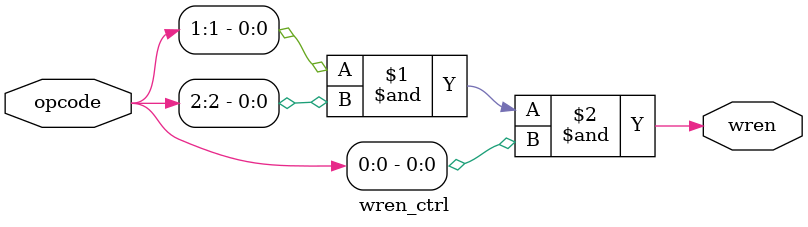
<source format=v>
module wren_ctrl(wren, opcode);

	input[4:0] opcode;
	output wren;
	
	and wren_and(wren, opcode[1], opcode[2], opcode[0]);

endmodule

</source>
